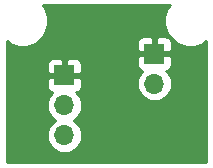
<source format=gbr>
G04 #@! TF.GenerationSoftware,KiCad,Pcbnew,(5.1.4)-1*
G04 #@! TF.CreationDate,2019-11-11T16:34:49-05:00*
G04 #@! TF.ProjectId,photodiode,70686f74-6f64-4696-9f64-652e6b696361,rev?*
G04 #@! TF.SameCoordinates,Original*
G04 #@! TF.FileFunction,Copper,L2,Bot*
G04 #@! TF.FilePolarity,Positive*
%FSLAX46Y46*%
G04 Gerber Fmt 4.6, Leading zero omitted, Abs format (unit mm)*
G04 Created by KiCad (PCBNEW (5.1.4)-1) date 2019-11-11 16:34:49*
%MOMM*%
%LPD*%
G04 APERTURE LIST*
%ADD10R,1.700000X1.700000*%
%ADD11O,1.700000X1.700000*%
%ADD12C,0.800000*%
%ADD13C,0.254000*%
G04 APERTURE END LIST*
D10*
X111760000Y-69850000D03*
D11*
X111760000Y-72390000D03*
D10*
X104140000Y-71675001D03*
D11*
X104140000Y-74215001D03*
X104140000Y-76755001D03*
D12*
X109220000Y-74930000D03*
D13*
G36*
X112854544Y-66011856D02*
G01*
X112688377Y-66413019D01*
X112603666Y-66838892D01*
X112603666Y-67273108D01*
X112688377Y-67698981D01*
X112854544Y-68100144D01*
X113095782Y-68461181D01*
X113402819Y-68768218D01*
X113763856Y-69009456D01*
X114165019Y-69175623D01*
X114590892Y-69260334D01*
X115025108Y-69260334D01*
X115450981Y-69175623D01*
X115852144Y-69009456D01*
X116145000Y-68813775D01*
X116145001Y-79061000D01*
X99247000Y-79061000D01*
X99247000Y-74215001D01*
X102647815Y-74215001D01*
X102676487Y-74506112D01*
X102761401Y-74786035D01*
X102899294Y-75044015D01*
X103084866Y-75270135D01*
X103310986Y-75455707D01*
X103365791Y-75485001D01*
X103310986Y-75514295D01*
X103084866Y-75699867D01*
X102899294Y-75925987D01*
X102761401Y-76183967D01*
X102676487Y-76463890D01*
X102647815Y-76755001D01*
X102676487Y-77046112D01*
X102761401Y-77326035D01*
X102899294Y-77584015D01*
X103084866Y-77810135D01*
X103310986Y-77995707D01*
X103568966Y-78133600D01*
X103848889Y-78218514D01*
X104067050Y-78240001D01*
X104212950Y-78240001D01*
X104431111Y-78218514D01*
X104711034Y-78133600D01*
X104969014Y-77995707D01*
X105195134Y-77810135D01*
X105380706Y-77584015D01*
X105518599Y-77326035D01*
X105603513Y-77046112D01*
X105632185Y-76755001D01*
X105603513Y-76463890D01*
X105518599Y-76183967D01*
X105380706Y-75925987D01*
X105195134Y-75699867D01*
X104969014Y-75514295D01*
X104914209Y-75485001D01*
X104969014Y-75455707D01*
X105195134Y-75270135D01*
X105380706Y-75044015D01*
X105518599Y-74786035D01*
X105603513Y-74506112D01*
X105632185Y-74215001D01*
X105603513Y-73923890D01*
X105518599Y-73643967D01*
X105380706Y-73385987D01*
X105195134Y-73159867D01*
X105165313Y-73135394D01*
X105234180Y-73114503D01*
X105344494Y-73055538D01*
X105441185Y-72976186D01*
X105520537Y-72879495D01*
X105579502Y-72769181D01*
X105615812Y-72649483D01*
X105628072Y-72525001D01*
X105627338Y-72390000D01*
X110267815Y-72390000D01*
X110296487Y-72681111D01*
X110381401Y-72961034D01*
X110519294Y-73219014D01*
X110704866Y-73445134D01*
X110930986Y-73630706D01*
X111188966Y-73768599D01*
X111468889Y-73853513D01*
X111687050Y-73875000D01*
X111832950Y-73875000D01*
X112051111Y-73853513D01*
X112331034Y-73768599D01*
X112589014Y-73630706D01*
X112815134Y-73445134D01*
X113000706Y-73219014D01*
X113138599Y-72961034D01*
X113223513Y-72681111D01*
X113252185Y-72390000D01*
X113223513Y-72098889D01*
X113138599Y-71818966D01*
X113000706Y-71560986D01*
X112815134Y-71334866D01*
X112785313Y-71310393D01*
X112854180Y-71289502D01*
X112964494Y-71230537D01*
X113061185Y-71151185D01*
X113140537Y-71054494D01*
X113199502Y-70944180D01*
X113235812Y-70824482D01*
X113248072Y-70700000D01*
X113245000Y-70135750D01*
X113086250Y-69977000D01*
X111887000Y-69977000D01*
X111887000Y-69997000D01*
X111633000Y-69997000D01*
X111633000Y-69977000D01*
X110433750Y-69977000D01*
X110275000Y-70135750D01*
X110271928Y-70700000D01*
X110284188Y-70824482D01*
X110320498Y-70944180D01*
X110379463Y-71054494D01*
X110458815Y-71151185D01*
X110555506Y-71230537D01*
X110665820Y-71289502D01*
X110734687Y-71310393D01*
X110704866Y-71334866D01*
X110519294Y-71560986D01*
X110381401Y-71818966D01*
X110296487Y-72098889D01*
X110267815Y-72390000D01*
X105627338Y-72390000D01*
X105625000Y-71960751D01*
X105466250Y-71802001D01*
X104267000Y-71802001D01*
X104267000Y-71822001D01*
X104013000Y-71822001D01*
X104013000Y-71802001D01*
X102813750Y-71802001D01*
X102655000Y-71960751D01*
X102651928Y-72525001D01*
X102664188Y-72649483D01*
X102700498Y-72769181D01*
X102759463Y-72879495D01*
X102838815Y-72976186D01*
X102935506Y-73055538D01*
X103045820Y-73114503D01*
X103114687Y-73135394D01*
X103084866Y-73159867D01*
X102899294Y-73385987D01*
X102761401Y-73643967D01*
X102676487Y-73923890D01*
X102647815Y-74215001D01*
X99247000Y-74215001D01*
X99247000Y-70825001D01*
X102651928Y-70825001D01*
X102655000Y-71389251D01*
X102813750Y-71548001D01*
X104013000Y-71548001D01*
X104013000Y-70348751D01*
X104267000Y-70348751D01*
X104267000Y-71548001D01*
X105466250Y-71548001D01*
X105625000Y-71389251D01*
X105628072Y-70825001D01*
X105615812Y-70700519D01*
X105579502Y-70580821D01*
X105520537Y-70470507D01*
X105441185Y-70373816D01*
X105344494Y-70294464D01*
X105234180Y-70235499D01*
X105114482Y-70199189D01*
X104990000Y-70186929D01*
X104425750Y-70190001D01*
X104267000Y-70348751D01*
X104013000Y-70348751D01*
X103854250Y-70190001D01*
X103290000Y-70186929D01*
X103165518Y-70199189D01*
X103045820Y-70235499D01*
X102935506Y-70294464D01*
X102838815Y-70373816D01*
X102759463Y-70470507D01*
X102700498Y-70580821D01*
X102664188Y-70700519D01*
X102651928Y-70825001D01*
X99247000Y-70825001D01*
X99247000Y-68813775D01*
X99539856Y-69009456D01*
X99941019Y-69175623D01*
X100366892Y-69260334D01*
X100801108Y-69260334D01*
X101226981Y-69175623D01*
X101628144Y-69009456D01*
X101642295Y-69000000D01*
X110271928Y-69000000D01*
X110275000Y-69564250D01*
X110433750Y-69723000D01*
X111633000Y-69723000D01*
X111633000Y-68523750D01*
X111887000Y-68523750D01*
X111887000Y-69723000D01*
X113086250Y-69723000D01*
X113245000Y-69564250D01*
X113248072Y-69000000D01*
X113235812Y-68875518D01*
X113199502Y-68755820D01*
X113140537Y-68645506D01*
X113061185Y-68548815D01*
X112964494Y-68469463D01*
X112854180Y-68410498D01*
X112734482Y-68374188D01*
X112610000Y-68361928D01*
X112045750Y-68365000D01*
X111887000Y-68523750D01*
X111633000Y-68523750D01*
X111474250Y-68365000D01*
X110910000Y-68361928D01*
X110785518Y-68374188D01*
X110665820Y-68410498D01*
X110555506Y-68469463D01*
X110458815Y-68548815D01*
X110379463Y-68645506D01*
X110320498Y-68755820D01*
X110284188Y-68875518D01*
X110271928Y-69000000D01*
X101642295Y-69000000D01*
X101989181Y-68768218D01*
X102296218Y-68461181D01*
X102537456Y-68100144D01*
X102703623Y-67698981D01*
X102788334Y-67273108D01*
X102788334Y-66838892D01*
X102703623Y-66413019D01*
X102537456Y-66011856D01*
X102341775Y-65719000D01*
X113050225Y-65719000D01*
X112854544Y-66011856D01*
X112854544Y-66011856D01*
G37*
X112854544Y-66011856D02*
X112688377Y-66413019D01*
X112603666Y-66838892D01*
X112603666Y-67273108D01*
X112688377Y-67698981D01*
X112854544Y-68100144D01*
X113095782Y-68461181D01*
X113402819Y-68768218D01*
X113763856Y-69009456D01*
X114165019Y-69175623D01*
X114590892Y-69260334D01*
X115025108Y-69260334D01*
X115450981Y-69175623D01*
X115852144Y-69009456D01*
X116145000Y-68813775D01*
X116145001Y-79061000D01*
X99247000Y-79061000D01*
X99247000Y-74215001D01*
X102647815Y-74215001D01*
X102676487Y-74506112D01*
X102761401Y-74786035D01*
X102899294Y-75044015D01*
X103084866Y-75270135D01*
X103310986Y-75455707D01*
X103365791Y-75485001D01*
X103310986Y-75514295D01*
X103084866Y-75699867D01*
X102899294Y-75925987D01*
X102761401Y-76183967D01*
X102676487Y-76463890D01*
X102647815Y-76755001D01*
X102676487Y-77046112D01*
X102761401Y-77326035D01*
X102899294Y-77584015D01*
X103084866Y-77810135D01*
X103310986Y-77995707D01*
X103568966Y-78133600D01*
X103848889Y-78218514D01*
X104067050Y-78240001D01*
X104212950Y-78240001D01*
X104431111Y-78218514D01*
X104711034Y-78133600D01*
X104969014Y-77995707D01*
X105195134Y-77810135D01*
X105380706Y-77584015D01*
X105518599Y-77326035D01*
X105603513Y-77046112D01*
X105632185Y-76755001D01*
X105603513Y-76463890D01*
X105518599Y-76183967D01*
X105380706Y-75925987D01*
X105195134Y-75699867D01*
X104969014Y-75514295D01*
X104914209Y-75485001D01*
X104969014Y-75455707D01*
X105195134Y-75270135D01*
X105380706Y-75044015D01*
X105518599Y-74786035D01*
X105603513Y-74506112D01*
X105632185Y-74215001D01*
X105603513Y-73923890D01*
X105518599Y-73643967D01*
X105380706Y-73385987D01*
X105195134Y-73159867D01*
X105165313Y-73135394D01*
X105234180Y-73114503D01*
X105344494Y-73055538D01*
X105441185Y-72976186D01*
X105520537Y-72879495D01*
X105579502Y-72769181D01*
X105615812Y-72649483D01*
X105628072Y-72525001D01*
X105627338Y-72390000D01*
X110267815Y-72390000D01*
X110296487Y-72681111D01*
X110381401Y-72961034D01*
X110519294Y-73219014D01*
X110704866Y-73445134D01*
X110930986Y-73630706D01*
X111188966Y-73768599D01*
X111468889Y-73853513D01*
X111687050Y-73875000D01*
X111832950Y-73875000D01*
X112051111Y-73853513D01*
X112331034Y-73768599D01*
X112589014Y-73630706D01*
X112815134Y-73445134D01*
X113000706Y-73219014D01*
X113138599Y-72961034D01*
X113223513Y-72681111D01*
X113252185Y-72390000D01*
X113223513Y-72098889D01*
X113138599Y-71818966D01*
X113000706Y-71560986D01*
X112815134Y-71334866D01*
X112785313Y-71310393D01*
X112854180Y-71289502D01*
X112964494Y-71230537D01*
X113061185Y-71151185D01*
X113140537Y-71054494D01*
X113199502Y-70944180D01*
X113235812Y-70824482D01*
X113248072Y-70700000D01*
X113245000Y-70135750D01*
X113086250Y-69977000D01*
X111887000Y-69977000D01*
X111887000Y-69997000D01*
X111633000Y-69997000D01*
X111633000Y-69977000D01*
X110433750Y-69977000D01*
X110275000Y-70135750D01*
X110271928Y-70700000D01*
X110284188Y-70824482D01*
X110320498Y-70944180D01*
X110379463Y-71054494D01*
X110458815Y-71151185D01*
X110555506Y-71230537D01*
X110665820Y-71289502D01*
X110734687Y-71310393D01*
X110704866Y-71334866D01*
X110519294Y-71560986D01*
X110381401Y-71818966D01*
X110296487Y-72098889D01*
X110267815Y-72390000D01*
X105627338Y-72390000D01*
X105625000Y-71960751D01*
X105466250Y-71802001D01*
X104267000Y-71802001D01*
X104267000Y-71822001D01*
X104013000Y-71822001D01*
X104013000Y-71802001D01*
X102813750Y-71802001D01*
X102655000Y-71960751D01*
X102651928Y-72525001D01*
X102664188Y-72649483D01*
X102700498Y-72769181D01*
X102759463Y-72879495D01*
X102838815Y-72976186D01*
X102935506Y-73055538D01*
X103045820Y-73114503D01*
X103114687Y-73135394D01*
X103084866Y-73159867D01*
X102899294Y-73385987D01*
X102761401Y-73643967D01*
X102676487Y-73923890D01*
X102647815Y-74215001D01*
X99247000Y-74215001D01*
X99247000Y-70825001D01*
X102651928Y-70825001D01*
X102655000Y-71389251D01*
X102813750Y-71548001D01*
X104013000Y-71548001D01*
X104013000Y-70348751D01*
X104267000Y-70348751D01*
X104267000Y-71548001D01*
X105466250Y-71548001D01*
X105625000Y-71389251D01*
X105628072Y-70825001D01*
X105615812Y-70700519D01*
X105579502Y-70580821D01*
X105520537Y-70470507D01*
X105441185Y-70373816D01*
X105344494Y-70294464D01*
X105234180Y-70235499D01*
X105114482Y-70199189D01*
X104990000Y-70186929D01*
X104425750Y-70190001D01*
X104267000Y-70348751D01*
X104013000Y-70348751D01*
X103854250Y-70190001D01*
X103290000Y-70186929D01*
X103165518Y-70199189D01*
X103045820Y-70235499D01*
X102935506Y-70294464D01*
X102838815Y-70373816D01*
X102759463Y-70470507D01*
X102700498Y-70580821D01*
X102664188Y-70700519D01*
X102651928Y-70825001D01*
X99247000Y-70825001D01*
X99247000Y-68813775D01*
X99539856Y-69009456D01*
X99941019Y-69175623D01*
X100366892Y-69260334D01*
X100801108Y-69260334D01*
X101226981Y-69175623D01*
X101628144Y-69009456D01*
X101642295Y-69000000D01*
X110271928Y-69000000D01*
X110275000Y-69564250D01*
X110433750Y-69723000D01*
X111633000Y-69723000D01*
X111633000Y-68523750D01*
X111887000Y-68523750D01*
X111887000Y-69723000D01*
X113086250Y-69723000D01*
X113245000Y-69564250D01*
X113248072Y-69000000D01*
X113235812Y-68875518D01*
X113199502Y-68755820D01*
X113140537Y-68645506D01*
X113061185Y-68548815D01*
X112964494Y-68469463D01*
X112854180Y-68410498D01*
X112734482Y-68374188D01*
X112610000Y-68361928D01*
X112045750Y-68365000D01*
X111887000Y-68523750D01*
X111633000Y-68523750D01*
X111474250Y-68365000D01*
X110910000Y-68361928D01*
X110785518Y-68374188D01*
X110665820Y-68410498D01*
X110555506Y-68469463D01*
X110458815Y-68548815D01*
X110379463Y-68645506D01*
X110320498Y-68755820D01*
X110284188Y-68875518D01*
X110271928Y-69000000D01*
X101642295Y-69000000D01*
X101989181Y-68768218D01*
X102296218Y-68461181D01*
X102537456Y-68100144D01*
X102703623Y-67698981D01*
X102788334Y-67273108D01*
X102788334Y-66838892D01*
X102703623Y-66413019D01*
X102537456Y-66011856D01*
X102341775Y-65719000D01*
X113050225Y-65719000D01*
X112854544Y-66011856D01*
M02*

</source>
